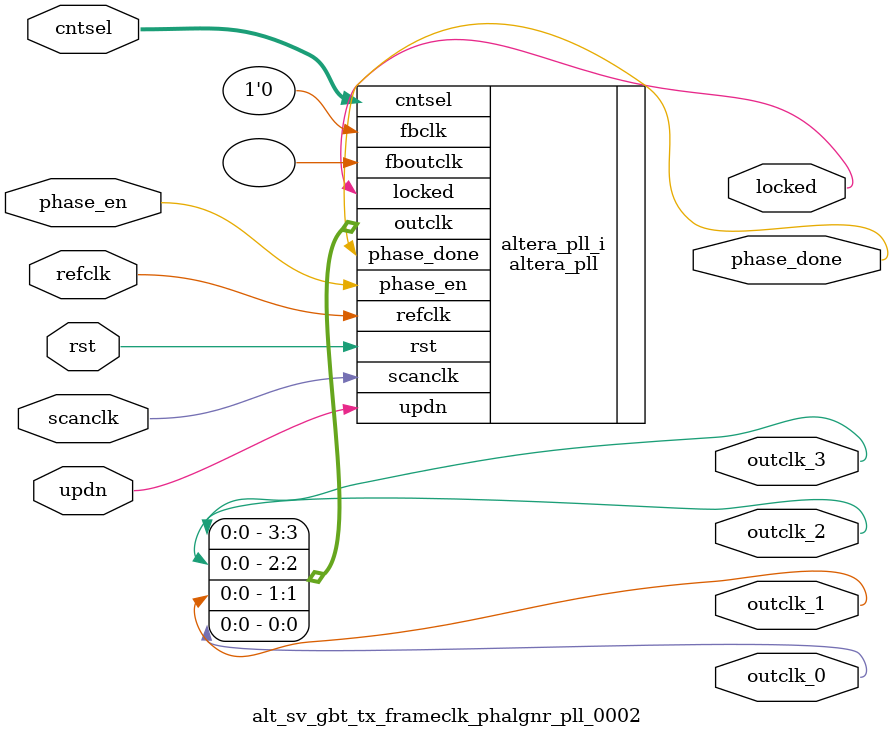
<source format=v>
`timescale 1ns/10ps
module  alt_sv_gbt_tx_frameclk_phalgnr_pll_0002(

	// interface 'refclk'
	input wire refclk,

	// interface 'reset'
	input wire rst,

	// interface 'outclk0'
	output wire outclk_0,

	// interface 'outclk1'
	output wire outclk_1,

	// interface 'outclk2'
	output wire outclk_2,

	// interface 'outclk3'
	output wire outclk_3,

	// interface 'locked'
	output wire locked,

	// interface 'phase_en'
	input wire phase_en,

	// interface 'scanclk'
	input wire scanclk,

	// interface 'updn'
	input wire updn,

	// interface 'cntsel'
	input wire [4:0] cntsel,

	// interface 'phase_done'
	output wire phase_done
);

	altera_pll #(
		.fractional_vco_multiplier("false"),
		.reference_clock_frequency("120.0 MHz"),
		.pll_fractional_cout(32),
		.pll_dsm_out_sel("1st_order"),
		.operation_mode("normal"),
		.number_of_clocks(4),
		.output_clock_frequency0("40.000000 MHz"),
		.phase_shift0("0 ps"),
		.duty_cycle0(50),
		.output_clock_frequency1("40.000000 MHz"),
		.phase_shift1("0 ps"),
		.duty_cycle1(50),
		.output_clock_frequency2("40.000000 MHz"),
		.phase_shift2("0 ps"),
		.duty_cycle2(50),
		.output_clock_frequency3("40.000000 MHz"),
		.phase_shift3("0 ps"),
		.duty_cycle3(50),
		.output_clock_frequency4("0 MHz"),
		.phase_shift4("0 ps"),
		.duty_cycle4(50),
		.output_clock_frequency5("0 MHz"),
		.phase_shift5("0 ps"),
		.duty_cycle5(50),
		.output_clock_frequency6("0 MHz"),
		.phase_shift6("0 ps"),
		.duty_cycle6(50),
		.output_clock_frequency7("0 MHz"),
		.phase_shift7("0 ps"),
		.duty_cycle7(50),
		.output_clock_frequency8("0 MHz"),
		.phase_shift8("0 ps"),
		.duty_cycle8(50),
		.output_clock_frequency9("0 MHz"),
		.phase_shift9("0 ps"),
		.duty_cycle9(50),
		.output_clock_frequency10("0 MHz"),
		.phase_shift10("0 ps"),
		.duty_cycle10(50),
		.output_clock_frequency11("0 MHz"),
		.phase_shift11("0 ps"),
		.duty_cycle11(50),
		.output_clock_frequency12("0 MHz"),
		.phase_shift12("0 ps"),
		.duty_cycle12(50),
		.output_clock_frequency13("0 MHz"),
		.phase_shift13("0 ps"),
		.duty_cycle13(50),
		.output_clock_frequency14("0 MHz"),
		.phase_shift14("0 ps"),
		.duty_cycle14(50),
		.output_clock_frequency15("0 MHz"),
		.phase_shift15("0 ps"),
		.duty_cycle15(50),
		.output_clock_frequency16("0 MHz"),
		.phase_shift16("0 ps"),
		.duty_cycle16(50),
		.output_clock_frequency17("0 MHz"),
		.phase_shift17("0 ps"),
		.duty_cycle17(50),
		.pll_type("Stratix V"),
		.pll_subtype("DPS"),
		.m_cnt_hi_div(3),
		.m_cnt_lo_div(3),
		.n_cnt_hi_div(256),
		.n_cnt_lo_div(256),
		.m_cnt_bypass_en("false"),
		.n_cnt_bypass_en("true"),
		.m_cnt_odd_div_duty_en("false"),
		.n_cnt_odd_div_duty_en("false"),
		.c_cnt_hi_div0(9),
		.c_cnt_lo_div0(9),
		.c_cnt_prst0(1),
		.c_cnt_ph_mux_prst0(0),
		.c_cnt_in_src0("ph_mux_clk"),
		.c_cnt_bypass_en0("false"),
		.c_cnt_odd_div_duty_en0("false"),
		.c_cnt_hi_div1(9),
		.c_cnt_lo_div1(9),
		.c_cnt_prst1(1),
		.c_cnt_ph_mux_prst1(0),
		.c_cnt_in_src1("ph_mux_clk"),
		.c_cnt_bypass_en1("false"),
		.c_cnt_odd_div_duty_en1("false"),
		.c_cnt_hi_div2(9),
		.c_cnt_lo_div2(9),
		.c_cnt_prst2(1),
		.c_cnt_ph_mux_prst2(0),
		.c_cnt_in_src2("ph_mux_clk"),
		.c_cnt_bypass_en2("false"),
		.c_cnt_odd_div_duty_en2("false"),
		.c_cnt_hi_div3(9),
		.c_cnt_lo_div3(9),
		.c_cnt_prst3(1),
		.c_cnt_ph_mux_prst3(0),
		.c_cnt_in_src3("ph_mux_clk"),
		.c_cnt_bypass_en3("false"),
		.c_cnt_odd_div_duty_en3("false"),
		.c_cnt_hi_div4(1),
		.c_cnt_lo_div4(1),
		.c_cnt_prst4(1),
		.c_cnt_ph_mux_prst4(0),
		.c_cnt_in_src4("ph_mux_clk"),
		.c_cnt_bypass_en4("true"),
		.c_cnt_odd_div_duty_en4("false"),
		.c_cnt_hi_div5(1),
		.c_cnt_lo_div5(1),
		.c_cnt_prst5(1),
		.c_cnt_ph_mux_prst5(0),
		.c_cnt_in_src5("ph_mux_clk"),
		.c_cnt_bypass_en5("true"),
		.c_cnt_odd_div_duty_en5("false"),
		.c_cnt_hi_div6(1),
		.c_cnt_lo_div6(1),
		.c_cnt_prst6(1),
		.c_cnt_ph_mux_prst6(0),
		.c_cnt_in_src6("ph_mux_clk"),
		.c_cnt_bypass_en6("true"),
		.c_cnt_odd_div_duty_en6("false"),
		.c_cnt_hi_div7(1),
		.c_cnt_lo_div7(1),
		.c_cnt_prst7(1),
		.c_cnt_ph_mux_prst7(0),
		.c_cnt_in_src7("ph_mux_clk"),
		.c_cnt_bypass_en7("true"),
		.c_cnt_odd_div_duty_en7("false"),
		.c_cnt_hi_div8(1),
		.c_cnt_lo_div8(1),
		.c_cnt_prst8(1),
		.c_cnt_ph_mux_prst8(0),
		.c_cnt_in_src8("ph_mux_clk"),
		.c_cnt_bypass_en8("true"),
		.c_cnt_odd_div_duty_en8("false"),
		.c_cnt_hi_div9(1),
		.c_cnt_lo_div9(1),
		.c_cnt_prst9(1),
		.c_cnt_ph_mux_prst9(0),
		.c_cnt_in_src9("ph_mux_clk"),
		.c_cnt_bypass_en9("true"),
		.c_cnt_odd_div_duty_en9("false"),
		.c_cnt_hi_div10(1),
		.c_cnt_lo_div10(1),
		.c_cnt_prst10(1),
		.c_cnt_ph_mux_prst10(0),
		.c_cnt_in_src10("ph_mux_clk"),
		.c_cnt_bypass_en10("true"),
		.c_cnt_odd_div_duty_en10("false"),
		.c_cnt_hi_div11(1),
		.c_cnt_lo_div11(1),
		.c_cnt_prst11(1),
		.c_cnt_ph_mux_prst11(0),
		.c_cnt_in_src11("ph_mux_clk"),
		.c_cnt_bypass_en11("true"),
		.c_cnt_odd_div_duty_en11("false"),
		.c_cnt_hi_div12(1),
		.c_cnt_lo_div12(1),
		.c_cnt_prst12(1),
		.c_cnt_ph_mux_prst12(0),
		.c_cnt_in_src12("ph_mux_clk"),
		.c_cnt_bypass_en12("true"),
		.c_cnt_odd_div_duty_en12("false"),
		.c_cnt_hi_div13(1),
		.c_cnt_lo_div13(1),
		.c_cnt_prst13(1),
		.c_cnt_ph_mux_prst13(0),
		.c_cnt_in_src13("ph_mux_clk"),
		.c_cnt_bypass_en13("true"),
		.c_cnt_odd_div_duty_en13("false"),
		.c_cnt_hi_div14(1),
		.c_cnt_lo_div14(1),
		.c_cnt_prst14(1),
		.c_cnt_ph_mux_prst14(0),
		.c_cnt_in_src14("ph_mux_clk"),
		.c_cnt_bypass_en14("true"),
		.c_cnt_odd_div_duty_en14("false"),
		.c_cnt_hi_div15(1),
		.c_cnt_lo_div15(1),
		.c_cnt_prst15(1),
		.c_cnt_ph_mux_prst15(0),
		.c_cnt_in_src15("ph_mux_clk"),
		.c_cnt_bypass_en15("true"),
		.c_cnt_odd_div_duty_en15("false"),
		.c_cnt_hi_div16(1),
		.c_cnt_lo_div16(1),
		.c_cnt_prst16(1),
		.c_cnt_ph_mux_prst16(0),
		.c_cnt_in_src16("ph_mux_clk"),
		.c_cnt_bypass_en16("true"),
		.c_cnt_odd_div_duty_en16("false"),
		.c_cnt_hi_div17(1),
		.c_cnt_lo_div17(1),
		.c_cnt_prst17(1),
		.c_cnt_ph_mux_prst17(0),
		.c_cnt_in_src17("ph_mux_clk"),
		.c_cnt_bypass_en17("true"),
		.c_cnt_odd_div_duty_en17("false"),
		.pll_vco_div(1),
		.pll_cp_current(20),
		.pll_bwctrl(2000),
		.pll_output_clk_frequency("720.0 MHz"),
		.pll_fractional_division("1"),
		.mimic_fbclk_type("gclk"),
		.pll_fbclk_mux_1("glb"),
		.pll_fbclk_mux_2("fb_1"),
		.pll_m_cnt_in_src("ph_mux_clk")
	) altera_pll_i (
		.rst	(rst),
		.cntsel	(cntsel),
		.outclk	({outclk_3, outclk_2, outclk_1, outclk_0}),
		.locked	(locked),
		.phase_done	(phase_done),
		.fboutclk	( ),
		.fbclk	(1'b0),
		.refclk	(refclk),
		.phase_en	(phase_en),
		.scanclk	(scanclk),
		.updn	(updn)
	);
endmodule


</source>
